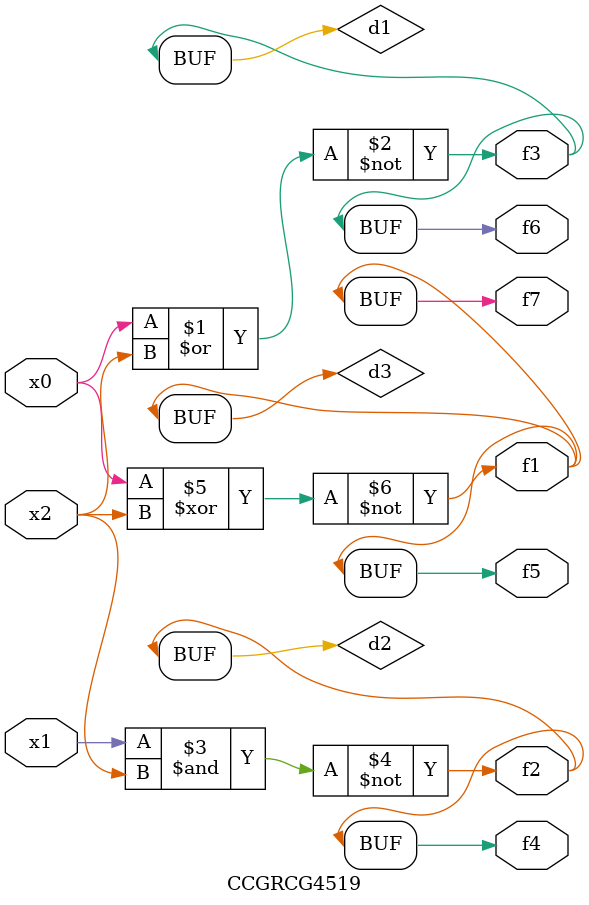
<source format=v>
module CCGRCG4519(
	input x0, x1, x2,
	output f1, f2, f3, f4, f5, f6, f7
);

	wire d1, d2, d3;

	nor (d1, x0, x2);
	nand (d2, x1, x2);
	xnor (d3, x0, x2);
	assign f1 = d3;
	assign f2 = d2;
	assign f3 = d1;
	assign f4 = d2;
	assign f5 = d3;
	assign f6 = d1;
	assign f7 = d3;
endmodule

</source>
